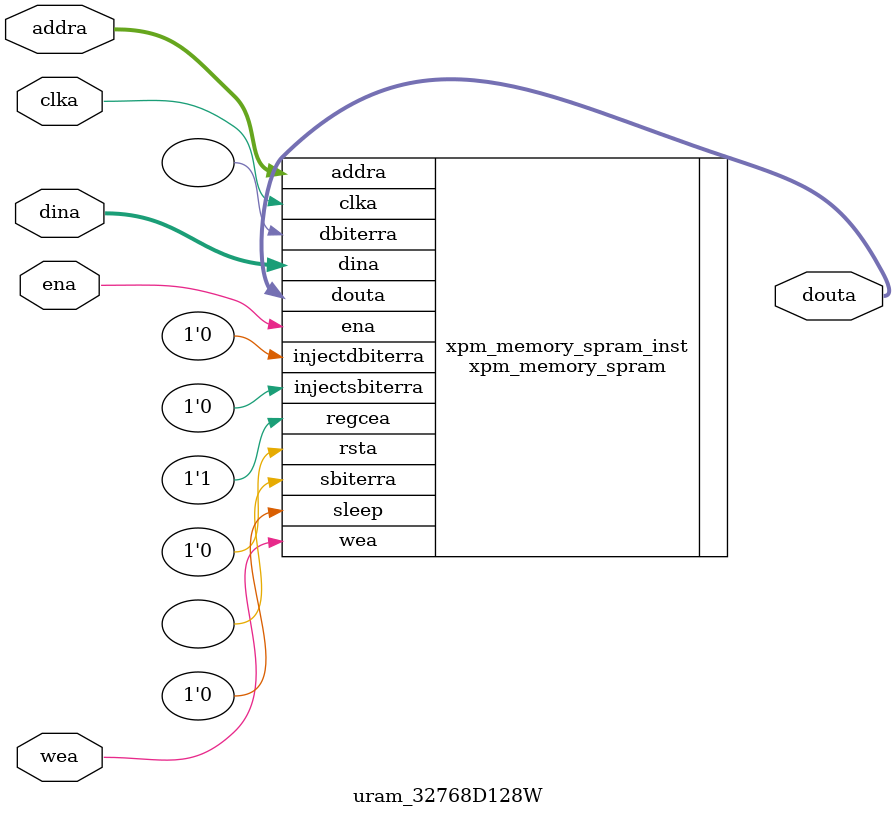
<source format=v>
   module uram_32768D128W(
        input [14:0]        addra,
        input [127:0]       dina,
        input [0:0]         wea,
        input               ena,
        input               clka,
        output wire [127:0] douta
);

xpm_memory_spram #(
      .ADDR_WIDTH_A(15),              // DECIMAL
      .AUTO_SLEEP_TIME(0),           // DECIMAL
      .BYTE_WRITE_WIDTH_A(128),       // DECIMAL
      .ECC_MODE("no_ecc"),           // String
      .MEMORY_INIT_FILE("none"),     // String
      .MEMORY_INIT_PARAM("0"),       // String
      .MEMORY_OPTIMIZATION("true"),  // String
      .MEMORY_PRIMITIVE("ultra"),     // String
      .MEMORY_SIZE(4194304),            // DECIMAL
      .MESSAGE_CONTROL(0),           // DECIMAL
      .READ_DATA_WIDTH_A(128),        // DECIMAL
      .READ_LATENCY_A(1),            // DECIMAL
      .READ_RESET_VALUE_A("0"),      // String
      .RST_MODE_A("SYNC"),           // String
      .USE_MEM_INIT(0),              // DECIMAL
      .WAKEUP_TIME("disable_sleep"), // String
      .WRITE_DATA_WIDTH_A(128),       // DECIMAL
      .WRITE_MODE_A("write_first")    // String
   )
   xpm_memory_spram_inst (
      .dbiterra(),             // 1-bit output: Status signal to indicate double bit error occurrence
                                       // on the data output of port A.

      .douta(douta),                   // READ_DATA_WIDTH_A-bit output: Data output for port A read operations.
      .sbiterra(),             // 1-bit output: Status signal to indicate single bit error occurrence
                                       // on the data output of port A.

      .addra(addra),                   // ADDR_WIDTH_A-bit input: Address for port A write and read operations.
      .clka(clka),                     // 1-bit input: Clock signal for port A.
      .dina(dina),                     // WRITE_DATA_WIDTH_A-bit input: Data input for port A write operations.
      .ena(ena),                       // 1-bit input: Memory enable signal for port A. Must be high on clock
                                       // cycles when read or write operations are initiated. Pipelined
                                       // internally.

      .injectdbiterra(1'b0), // 1-bit input: Controls double bit error injection on input data when
                                       // ECC enabled (Error injection capability is not available in
                                       // "decode_only" mode).

      .injectsbiterra(1'b0), // 1-bit input: Controls single bit error injection on input data when
                                       // ECC enabled (Error injection capability is not available in
                                       // "decode_only" mode).

      .regcea(1'b1),                 // 1-bit input: Clock Enable for the last register stage on the output
                                       // data path.

      .rsta(1'b0),                     // 1-bit input: Reset signal for the final port A output register stage.
                                       // Synchronously resets output port douta to the value specified by
                                       // parameter READ_RESET_VALUE_A.

      .sleep(1'b0),                   // 1-bit input: sleep signal to enable the dynamic power saving feature.
      .wea(wea)                        // WRITE_DATA_WIDTH_A-bit input: Write enable vector for port A input
                                       // data port dina. 1 bit wide when word-wide writes are used. In
                                       // byte-wide write configurations, each bit controls the writing one
                                       // byte of dina to address addra. For example, to synchronously write
                                       // only bits [15-8] of dina when WRITE_DATA_WIDTH_A is 32, wea would be
                                       // 4'b0010.

   );
endmodule
   // End of xpm_memory_spram_inst instantiation

</source>
